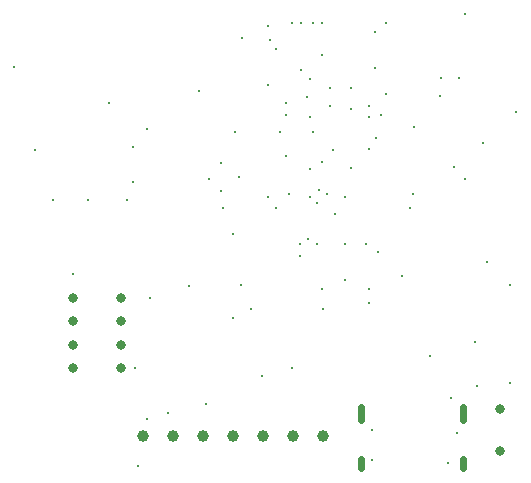
<source format=gbr>
%TF.GenerationSoftware,KiCad,Pcbnew,8.0.2*%
%TF.CreationDate,2025-04-11T11:57:17+07:00*%
%TF.ProjectId,wearable_device,77656172-6162-46c6-955f-646576696365,rev?*%
%TF.SameCoordinates,Original*%
%TF.FileFunction,Plated,1,4,PTH,Mixed*%
%TF.FilePolarity,Positive*%
%FSLAX46Y46*%
G04 Gerber Fmt 4.6, Leading zero omitted, Abs format (unit mm)*
G04 Created by KiCad (PCBNEW 8.0.2) date 2025-04-11 11:57:17*
%MOMM*%
%LPD*%
G01*
G04 APERTURE LIST*
%TA.AperFunction,ViaDrill*%
%ADD10C,0.300000*%
%TD*%
G04 aperture for slot hole*
%TA.AperFunction,ComponentDrill*%
%ADD11C,0.600000*%
%TD*%
%TA.AperFunction,ComponentDrill*%
%ADD12C,0.800000*%
%TD*%
%TA.AperFunction,ComponentDrill*%
%ADD13C,1.000000*%
%TD*%
G04 APERTURE END LIST*
D10*
X184000000Y-63000000D03*
X185750000Y-70000000D03*
X187250000Y-74250000D03*
X188950000Y-80500000D03*
X190250000Y-74250000D03*
X192000000Y-66000000D03*
X193500000Y-74250000D03*
X194000000Y-69750000D03*
X194000000Y-72750000D03*
X194250000Y-88500000D03*
X194500000Y-96750000D03*
X195250000Y-68250000D03*
X195250000Y-92750000D03*
X195500000Y-82500000D03*
X197000000Y-92250000D03*
X198750000Y-81500000D03*
X199650000Y-65000000D03*
X200250000Y-91500000D03*
X200500000Y-72500000D03*
X201500000Y-71100002D03*
X201500000Y-73500000D03*
X201650000Y-74950000D03*
X202500000Y-77100000D03*
X202500000Y-84250000D03*
X202650000Y-68450000D03*
X203000000Y-72250000D03*
X203150000Y-81450000D03*
X203250000Y-60500000D03*
X204000000Y-83500000D03*
X205000000Y-89100000D03*
X205500000Y-59500000D03*
X205500000Y-64500000D03*
X205500000Y-74000000D03*
X205618507Y-60650000D03*
X206150000Y-61450000D03*
X206150000Y-74950000D03*
X206500000Y-68500000D03*
X207000000Y-66000000D03*
X207000000Y-67000000D03*
X207000000Y-70500000D03*
X207250000Y-73750000D03*
X207500000Y-59250000D03*
X207500000Y-88500000D03*
X208150000Y-77950000D03*
X208200000Y-79000000D03*
X208250000Y-59250000D03*
X208250000Y-63250000D03*
X208750000Y-65500000D03*
X208842822Y-77550000D03*
X209000000Y-64000000D03*
X209000000Y-67250000D03*
X209000000Y-71600000D03*
X209000000Y-73975000D03*
X209250000Y-59250000D03*
X209273527Y-68500000D03*
X209650000Y-74450000D03*
X209650000Y-77950000D03*
X209784456Y-73392228D03*
X210000000Y-59250000D03*
X210000000Y-61960000D03*
X210000000Y-71000000D03*
X210000000Y-81750000D03*
X210150000Y-83450000D03*
X210500000Y-73750000D03*
X210750000Y-64750000D03*
X210750000Y-66250000D03*
X211000000Y-70000000D03*
X211150000Y-75450000D03*
X211998441Y-73986459D03*
X212000000Y-78000000D03*
X212000000Y-81000000D03*
X212500000Y-64750000D03*
X212500000Y-66500000D03*
X212500000Y-71500000D03*
X213750000Y-78000000D03*
X214000000Y-66250000D03*
X214000000Y-67250000D03*
X214000000Y-69950000D03*
X214000000Y-81750000D03*
X214000000Y-82950000D03*
X214250000Y-93750000D03*
X214250000Y-96250000D03*
X214500000Y-60000000D03*
X214500000Y-63060000D03*
X214650000Y-68950000D03*
X214803388Y-78645734D03*
X215000000Y-67000000D03*
X215500000Y-59250000D03*
X215500000Y-65250000D03*
X216790000Y-80660000D03*
X217500000Y-74950000D03*
X217750000Y-73750000D03*
X217824266Y-68024263D03*
X219150000Y-87450000D03*
X220050000Y-65450000D03*
X220150000Y-63950000D03*
X220750000Y-96500000D03*
X221000000Y-91000000D03*
X221250000Y-71450000D03*
X221500000Y-94000000D03*
X221650000Y-63950000D03*
X222150000Y-58450000D03*
X222150000Y-72450000D03*
X223000000Y-86250000D03*
X223150000Y-89950000D03*
X223650000Y-69450000D03*
X224000000Y-79500000D03*
X226000000Y-81450000D03*
X226000000Y-89750000D03*
X226500000Y-66750000D03*
D11*
%TO.C,P1*%
X213330000Y-92895000D02*
X213330000Y-91795000D01*
X213330000Y-96925000D02*
X213330000Y-96125000D01*
X221970000Y-92895000D02*
X221970000Y-91795000D01*
X221970000Y-96925000D02*
X221970000Y-96125000D01*
D12*
%TO.C,J4*%
X188950000Y-82500000D03*
X188950000Y-84500000D03*
X188950000Y-86500000D03*
X188950000Y-88500000D03*
%TO.C,J3*%
X193000000Y-82500000D03*
X193000000Y-84500000D03*
X193000000Y-86500000D03*
X193000000Y-88500000D03*
%TO.C,J2*%
X225150000Y-91950000D03*
%TO.C,J6*%
X225150000Y-95450000D03*
D13*
%TO.C,J5*%
X194875000Y-94250000D03*
X197415000Y-94250000D03*
X199955000Y-94250000D03*
X202495000Y-94250000D03*
X205035000Y-94250000D03*
X207575000Y-94250000D03*
X210115000Y-94250000D03*
M02*

</source>
